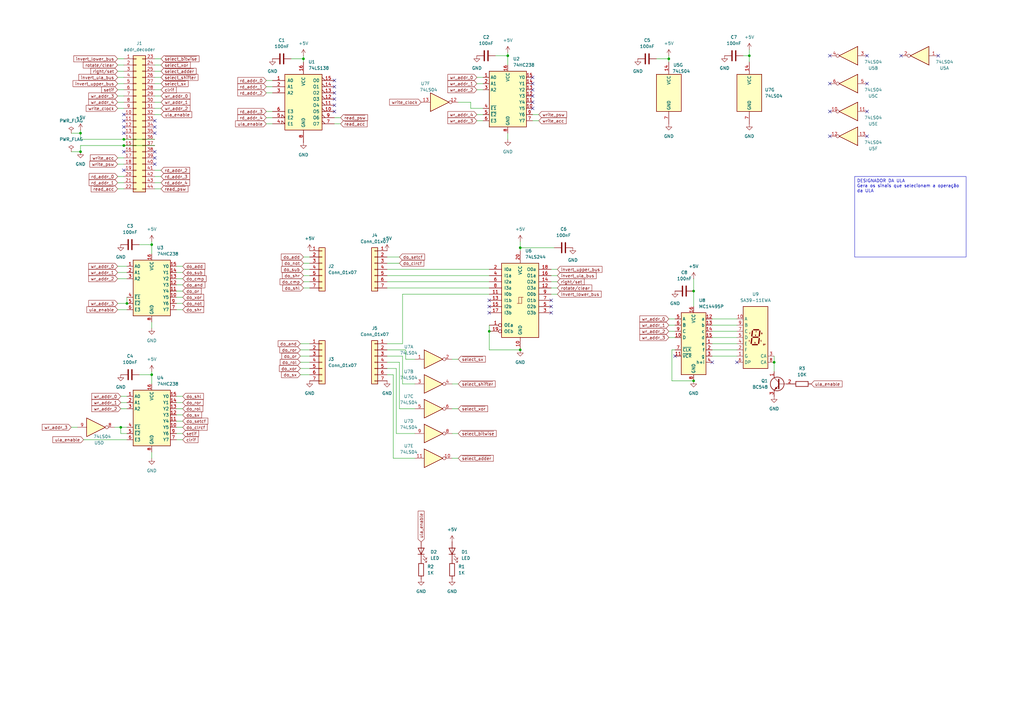
<source format=kicad_sch>
(kicad_sch (version 20250114) (generator "eeschema") (generator_version "9.0")
  (paper "A3")
  (lib_symbols
    (symbol "+5V_1" (power) (pin_numbers (hide yes)) (pin_names (offset 0) (hide yes))
      (property "Value" "+5V" (at 0 3.556 0))
      (symbol "+5V_1_1_1"
        (pin power_in line (at 0 0 90) (length 0) (name "~") (number "1"))
      )
    )
    (symbol "74xx:74HC238"
      (property "Reference" "U" (at -7.62 13.97 0))
      (property "Value" "74HC238" (at 2.54 -11.43 0))
      (symbol "74HC238_1_1"
        (pin input line (at -10.16 10.16 0) (length 2.54) (name "A0") (number "1"))
        (pin input line (at -10.16 7.62 0) (length 2.54) (name "A1") (number "2"))
        (pin input line (at -10.16 5.08 0) (length 2.54) (name "A2") (number "3"))
        (pin input line (at -10.16 -2.54 0) (length 2.54) (name "~{E1}") (number "4"))
        (pin input line (at -10.16 -5.08 0) (length 2.54) (name "~{E2}") (number "5"))
        (pin input line (at -10.16 -7.62 0) (length 2.54) (name "E3") (number "6"))
        (pin power_in line (at 0 15.24 270) (length 2.54) (name "VCC") (number "16"))
        (pin power_in line (at 0 -12.7 90) (length 2.54) (name "GND") (number "8"))
        (pin output line (at 10.16 10.16 180) (length 2.54) (name "Y0") (number "15"))
        (pin output line (at 10.16 7.62 180) (length 2.54) (name "Y1") (number "14"))
        (pin output line (at 10.16 5.08 180) (length 2.54) (name "Y2") (number "13"))
        (pin output line (at 10.16 2.54 180) (length 2.54) (name "Y3") (number "12"))
        (pin output line (at 10.16 0 180) (length 2.54) (name "Y4") (number "11"))
        (pin output line (at 10.16 -2.54 180) (length 2.54) (name "Y5") (number "10"))
        (pin output line (at 10.16 -5.08 180) (length 2.54) (name "Y6") (number "9"))
        (pin output line (at 10.16 -7.62 180) (length 2.54) (name "Y7") (number "7"))
      )
    )
    (symbol "74xx:74LS04"
      (property "Reference" "U" (at 0 1.27 0))
      (property "Value" "74LS04" (at 0 -1.27 0))
      (symbol "74LS04_1_0"
        (pin input line (at -7.62 0 0) (length 3.81) (name "~") (number "1"))
        (pin output inverted (at 7.62 0 180) (length 3.81) (name "~") (number "2"))
      )
      (symbol "74LS04_2_0"
        (pin input line (at -7.62 0 0) (length 3.81) (name "~") (number "3"))
        (pin output inverted (at 7.62 0 180) (length 3.81) (name "~") (number "4"))
      )
      (symbol "74LS04_3_0"
        (pin input line (at -7.62 0 0) (length 3.81) (name "~") (number "5"))
        (pin output inverted (at 7.62 0 180) (length 3.81) (name "~") (number "6"))
      )
      (symbol "74LS04_4_0"
        (pin input line (at -7.62 0 0) (length 3.81) (name "~") (number "9"))
        (pin output inverted (at 7.62 0 180) (length 3.81) (name "~") (number "8"))
      )
      (symbol "74LS04_5_0"
        (pin input line (at -7.62 0 0) (length 3.81) (name "~") (number "11"))
        (pin output inverted (at 7.62 0 180) (length 3.81) (name "~") (number "10"))
      )
      (symbol "74LS04_6_0"
        (pin input line (at -7.62 0 0) (length 3.81) (name "~") (number "13"))
        (pin output inverted (at 7.62 0 180) (length 3.81) (name "~") (number "12"))
      )
      (symbol "74LS04_7_0"
        (pin power_in line (at 0 12.7 270) (length 5.08) (name "VCC") (number "14"))
        (pin power_in line (at 0 -12.7 90) (length 5.08) (name "GND") (number "7"))
      )
    )
    (symbol "74xx:74LS138" (pin_names (offset 1.016))
      (property "Reference" "U" (at -7.62 11.43 0))
      (property "Value" "74LS138" (at -7.62 -13.97 0))
      (symbol "74LS138_1_0"
        (pin input line (at -12.7 7.62 0) (length 5.08) (name "A0") (number "1"))
        (pin input line (at -12.7 5.08 0) (length 5.08) (name "A1") (number "2"))
        (pin input line (at -12.7 2.54 0) (length 5.08) (name "A2") (number "3"))
        (pin input line (at -12.7 -5.08 0) (length 5.08) (name "E3") (number "6"))
        (pin input input_low (at -12.7 -7.62 0) (length 5.08) (name "E2") (number "5"))
        (pin input input_low (at -12.7 -10.16 0) (length 5.08) (name "E1") (number "4"))
        (pin power_in line (at 0 15.24 270) (length 5.08) (name "VCC") (number "16"))
        (pin power_in line (at 0 -17.78 90) (length 5.08) (name "GND") (number "8"))
        (pin output output_low (at 12.7 7.62 180) (length 5.08) (name "O0") (number "15"))
        (pin output output_low (at 12.7 5.08 180) (length 5.08) (name "O1") (number "14"))
        (pin output output_low (at 12.7 2.54 180) (length 5.08) (name "O2") (number "13"))
        (pin output output_low (at 12.7 0 180) (length 5.08) (name "O3") (number "12"))
        (pin output output_low (at 12.7 -2.54 180) (length 5.08) (name "O4") (number "11"))
        (pin output output_low (at 12.7 -5.08 180) (length 5.08) (name "O5") (number "10"))
        (pin output output_low (at 12.7 -7.62 180) (length 5.08) (name "O6") (number "9"))
        (pin output output_low (at 12.7 -10.16 180) (length 5.08) (name "O7") (number "7"))
      )
    )
    (symbol "74xx:74LS244" (pin_names (offset 1.016))
      (property "Reference" "U" (at -7.62 16.51 0))
      (property "Value" "74LS244" (at -7.62 -16.51 0))
      (symbol "74LS244_1_0"
        (pin input line (at -12.7 12.7 0) (length 5.08) (name "I0a") (number "2"))
        (pin input line (at -12.7 10.16 0) (length 5.08) (name "I1a") (number "4"))
        (pin input line (at -12.7 7.62 0) (length 5.08) (name "I2a") (number "6"))
        (pin input line (at -12.7 5.08 0) (length 5.08) (name "I3a") (number "8"))
        (pin input line (at -12.7 2.54 0) (length 5.08) (name "I0b") (number "11"))
        (pin input line (at -12.7 0 0) (length 5.08) (name "I1b") (number "13"))
        (pin input line (at -12.7 -2.54 0) (length 5.08) (name "I2b") (number "15"))
        (pin input line (at -12.7 -5.08 0) (length 5.08) (name "I3b") (number "17"))
        (pin input inverted (at -12.7 -10.16 0) (length 5.08) (name "OEa") (number "1"))
        (pin input inverted (at -12.7 -12.7 0) (length 5.08) (name "OEb") (number "19"))
        (pin power_in line (at 0 20.32 270) (length 5.08) (name "VCC") (number "20"))
        (pin power_in line (at 0 -20.32 90) (length 5.08) (name "GND") (number "10"))
        (pin tri_state line (at 12.7 12.7 180) (length 5.08) (name "O0a") (number "18"))
        (pin tri_state line (at 12.7 10.16 180) (length 5.08) (name "O1a") (number "16"))
        (pin tri_state line (at 12.7 7.62 180) (length 5.08) (name "O2a") (number "14"))
        (pin tri_state line (at 12.7 5.08 180) (length 5.08) (name "O3a") (number "12"))
        (pin tri_state line (at 12.7 2.54 180) (length 5.08) (name "O0b") (number "9"))
        (pin tri_state line (at 12.7 0 180) (length 5.08) (name "O1b") (number "7"))
        (pin tri_state line (at 12.7 -2.54 180) (length 5.08) (name "O2b") (number "5"))
        (pin tri_state line (at 12.7 -5.08 180) (length 5.08) (name "O3b") (number "3"))
      )
    )
    (symbol "Connector_Generic:Conn_01x07" (pin_names (offset 1.016) (hide yes))
      (property "Reference" "J" (at 0 10.16 0))
      (property "Value" "Conn_01x07" (at 0 -10.16 0))
      (symbol "Conn_01x07_1_1"
        (pin passive line (at -5.08 7.62 0) (length 3.81) (name "Pin_1") (number "1"))
        (pin passive line (at -5.08 5.08 0) (length 3.81) (name "Pin_2") (number "2"))
        (pin passive line (at -5.08 2.54 0) (length 3.81) (name "Pin_3") (number "3"))
        (pin passive line (at -5.08 0 0) (length 3.81) (name "Pin_4") (number "4"))
        (pin passive line (at -5.08 -2.54 0) (length 3.81) (name "Pin_5") (number "5"))
        (pin passive line (at -5.08 -5.08 0) (length 3.81) (name "Pin_6") (number "6"))
        (pin passive line (at -5.08 -7.62 0) (length 3.81) (name "Pin_7") (number "7"))
      )
    )
    (symbol "Connector_Generic:Conn_02x22_Top_Bottom" (pin_names (offset 1.016) (hide yes))
      (property "Reference" "J" (at 1.27 27.94 0))
      (property "Value" "Conn_02x22_Top_Bottom" (at 1.27 -30.48 0))
      (symbol "Conn_02x22_Top_Bottom_1_1"
        (pin passive line (at -5.08 25.4 0) (length 3.81) (name "Pin_1") (number "1"))
        (pin passive line (at -5.08 22.86 0) (length 3.81) (name "Pin_2") (number "2"))
        (pin passive line (at -5.08 20.32 0) (length 3.81) (name "Pin_3") (number "3"))
        (pin passive line (at -5.08 17.78 0) (length 3.81) (name "Pin_4") (number "4"))
        (pin passive line (at -5.08 15.24 0) (length 3.81) (name "Pin_5") (number "5"))
        (pin passive line (at -5.08 12.7 0) (length 3.81) (name "Pin_6") (number "6"))
        (pin passive line (at -5.08 10.16 0) (length 3.81) (name "Pin_7") (number "7"))
        (pin passive line (at -5.08 7.62 0) (length 3.81) (name "Pin_8") (number "8"))
        (pin passive line (at -5.08 5.08 0) (length 3.81) (name "Pin_9") (number "9"))
        (pin passive line (at -5.08 2.54 0) (length 3.81) (name "Pin_10") (number "10"))
        (pin passive line (at -5.08 0 0) (length 3.81) (name "Pin_11") (number "11"))
        (pin passive line (at -5.08 -2.54 0) (length 3.81) (name "Pin_12") (number "12"))
        (pin passive line (at -5.08 -5.08 0) (length 3.81) (name "Pin_13") (number "13"))
        (pin passive line (at -5.08 -7.62 0) (length 3.81) (name "Pin_14") (number "14"))
        (pin passive line (at -5.08 -10.16 0) (length 3.81) (name "Pin_15") (number "15"))
        (pin passive line (at -5.08 -12.7 0) (length 3.81) (name "Pin_16") (number "16"))
        (pin passive line (at -5.08 -15.24 0) (length 3.81) (name "Pin_17") (number "17"))
        (pin passive line (at -5.08 -17.78 0) (length 3.81) (name "Pin_18") (number "18"))
        (pin passive line (at -5.08 -20.32 0) (length 3.81) (name "Pin_19") (number "19"))
        (pin passive line (at -5.08 -22.86 0) (length 3.81) (name "Pin_20") (number "20"))
        (pin passive line (at -5.08 -25.4 0) (length 3.81) (name "Pin_21") (number "21"))
        (pin passive line (at -5.08 -27.94 0) (length 3.81) (name "Pin_22") (number "22"))
        (pin passive line (at 7.62 25.4 180) (length 3.81) (name "Pin_23") (number "23"))
        (pin passive line (at 7.62 22.86 180) (length 3.81) (name "Pin_24") (number "24"))
        (pin passive line (at 7.62 20.32 180) (length 3.81) (name "Pin_25") (number "25"))
        (pin passive line (at 7.62 17.78 180) (length 3.81) (name "Pin_26") (number "26"))
        (pin passive line (at 7.62 15.24 180) (length 3.81) (name "Pin_27") (number "27"))
        (pin passive line (at 7.62 12.7 180) (length 3.81) (name "Pin_28") (number "28"))
        (pin passive line (at 7.62 10.16 180) (length 3.81) (name "Pin_29") (number "29"))
        (pin passive line (at 7.62 7.62 180) (length 3.81) (name "Pin_30") (number "30"))
        (pin passive line (at 7.62 5.08 180) (length 3.81) (name "Pin_31") (number "31"))
        (pin passive line (at 7.62 2.54 180) (length 3.81) (name "Pin_32") (number "32"))
        (pin passive line (at 7.62 0 180) (length 3.81) (name "Pin_33") (number "33"))
        (pin passive line (at 7.62 -2.54 180) (length 3.81) (name "Pin_34") (number "34"))
        (pin passive line (at 7.62 -5.08 180) (length 3.81) (name "Pin_35") (number "35"))
        (pin passive line (at 7.62 -7.62 180) (length 3.81) (name "Pin_36") (number "36"))
        (pin passive line (at 7.62 -10.16 180) (length 3.81) (name "Pin_37") (number "37"))
        (pin passive line (at 7.62 -12.7 180) (length 3.81) (name "Pin_38") (number "38"))
        (pin passive line (at 7.62 -15.24 180) (length 3.81) (name "Pin_39") (number "39"))
        (pin passive line (at 7.62 -17.78 180) (length 3.81) (name "Pin_40") (number "40"))
        (pin passive line (at 7.62 -20.32 180) (length 3.81) (name "Pin_41") (number "41"))
        (pin passive line (at 7.62 -22.86 180) (length 3.81) (name "Pin_42") (number "42"))
        (pin passive line (at 7.62 -25.4 180) (length 3.81) (name "Pin_43") (number "43"))
        (pin passive line (at 7.62 -27.94 180) (length 3.81) (name "Pin_44") (number "44"))
      )
    )
    (symbol "Device:C" (pin_numbers (hide yes)) (pin_names (offset 0.254))
      (property "Reference" "C" (at 0.635 2.54 0))
      (property "Value" "C" (at 0.635 -2.54 0))
      (symbol "C_1_1"
        (pin passive line (at 0 3.81 270) (length 2.794) (name "~") (number "1"))
        (pin passive line (at 0 -3.81 90) (length 2.794) (name "~") (number "2"))
      )
    )
    (symbol "Device:LED" (pin_numbers (hide yes)) (pin_names (offset 1.016) (hide yes))
      (property "Reference" "D" (at 0 2.54 0))
      (property "Value" "LED" (at 0 -2.54 0))
      (symbol "LED_1_1"
        (pin passive line (at -3.81 0 0) (length 2.54) (name "K") (number "1"))
        (pin passive line (at 3.81 0 180) (length 2.54) (name "A") (number "2"))
      )
    )
    (symbol "Device:R" (pin_numbers (hide yes)) (pin_names (offset 0))
      (property "Reference" "R" (at 2.032 0 90))
      (property "Value" "R" (at 0 0 90))
      (symbol "R_1_1"
        (pin passive line (at 0 3.81 270) (length 1.27) (name "~") (number "1"))
        (pin passive line (at 0 -3.81 90) (length 1.27) (name "~") (number "2"))
      )
    )
    (symbol "Display_Character:SA39-11EWA"
      (property "Reference" "U" (at -3.81 13.97 0))
      (property "Value" "SA39-11EWA" (at 6.35 13.97 0))
      (symbol "SA39-11EWA_1_0"
        (text "E" (at -2.54 -1.397 0) (effects (font (size 0.508 0.508))))
        (text "F" (at -2.286 1.651 0) (effects (font (size 0.508 0.508))))
        (text "D" (at -0.254 -2.159 0) (effects (font (size 0.508 0.508))))
        (text "G" (at 0 0.889 0) (effects (font (size 0.508 0.508))))
        (text "A" (at 0.254 2.413 0) (effects (font (size 0.508 0.508))))
        (text "C" (at 2.286 -1.397 0) (effects (font (size 0.508 0.508))))
        (text "B" (at 2.54 1.651 0) (effects (font (size 0.508 0.508))))
        (text "DP" (at 3.556 -2.921 0) (effects (font (size 0.508 0.508))))
      )
      (symbol "SA39-11EWA_1_1"
        (pin input line (at -7.62 7.62 0) (length 2.54) (name "A") (number "10"))
        (pin input line (at -7.62 5.08 0) (length 2.54) (name "B") (number "9"))
        (pin input line (at -7.62 2.54 0) (length 2.54) (name "C") (number "7"))
        (pin input line (at -7.62 0 0) (length 2.54) (name "D") (number "5"))
        (pin input line (at -7.62 -2.54 0) (length 2.54) (name "E") (number "4"))
        (pin input line (at -7.62 -5.08 0) (length 2.54) (name "F") (number "2"))
        (pin input line (at -7.62 -7.62 0) (length 2.54) (name "G") (number "1"))
        (pin input line (at -7.62 -10.16 0) (length 2.54) (name "DP") (number "6"))
        (pin input line (at 7.62 -7.62 180) (length 2.54) (name "CA") (number "3"))
        (pin input line (at 7.62 -10.16 180) (length 2.54) (name "CA") (number "8"))
      )
    )
    (symbol "Driver_LED:MC14495P"
      (property "Reference" "U" (at 2.54 16.51 0))
      (property "Value" "MC14495P" (at 2.54 13.97 0))
      (symbol "MC14495P_1_1"
        (pin input line (at -7.62 10.16 0) (length 2.54) (name "A") (number "5"))
        (pin input line (at -7.62 7.62 0) (length 2.54) (name "B") (number "6"))
        (pin input line (at -7.62 5.08 0) (length 2.54) (name "C") (number "9"))
        (pin input line (at -7.62 2.54 0) (length 2.54) (name "D") (number "10"))
        (pin input line (at -7.62 -2.54 0) (length 2.54) (name "~{CLK}") (number "7"))
        (pin input line (at -7.62 -5.08 0) (length 2.54) (name "~{VCR}") (number "11"))
        (pin power_in line (at 0 15.24 270) (length 2.54) (name "VCC") (number "16"))
        (pin power_in line (at 0 -15.24 90) (length 2.54) (name "GND") (number "8"))
        (pin output line (at 7.62 10.16 180) (length 2.54) (name "a") (number "12"))
        (pin output line (at 7.62 7.62 180) (length 2.54) (name "b") (number "13"))
        (pin output line (at 7.62 5.08 180) (length 2.54) (name "c") (number "14"))
        (pin output line (at 7.62 2.54 180) (length 2.54) (name "d") (number "15"))
        (pin output line (at 7.62 0 180) (length 2.54) (name "e") (number "1"))
        (pin output line (at 7.62 -2.54 180) (length 2.54) (name "f") (number "2"))
        (pin output line (at 7.62 -5.08 180) (length 2.54) (name "g") (number "3"))
        (pin output line (at 7.62 -7.62 180) (length 2.54) (name "h+i") (number "4"))
      )
    )
    (symbol "GND_1" (power) (pin_numbers (hide yes)) (pin_names (offset 0) (hide yes))
      (property "Value" "GND" (at 0 -3.81 0))
      (symbol "GND_1_1_1"
        (pin power_in line (at 0 0 270) (length 0) (name "~") (number "1"))
      )
    )
    (symbol "Transistor_BJT:BC548" (pin_names (offset 0) (hide yes))
      (property "Reference" "Q" (at 5.08 1.905 0))
      (property "Value" "BC548" (at 5.08 0 0))
      (symbol "BC548_1_1"
        (pin input line (at -5.08 0 0) (length 2.54) (name "B") (number "2"))
        (pin passive line (at 2.54 5.08 270) (length 2.54) (name "C") (number "1"))
        (pin passive line (at 2.54 -5.08 90) (length 2.54) (name "E") (number "3"))
      )
    )
    (symbol "power:PWR_FLAG" (power) (pin_numbers (hide yes)) (pin_names (offset 0) (hide yes))
      (property "Value" "PWR_FLAG" (at 0 3.81 0))
      (symbol "PWR_FLAG_0_0"
        (pin power_out line (at 0 0 90) (length 0) (name "~") (number "1"))
      )
    )
  )
  (text_box "DESIGNADOR DA ULA\nGera os sinais que selecionam a operação da ULA" (at 350.52 72.39 0) (size 45.72 33.02) (margins 0.9525 0.9525 0.9525 0.9525) (effects (font (size 1.27 1.27)) (justify left top)))
  (junction (at 33.02 54.61))
  (junction (at 124.46 24.13))
  (junction (at 284.48 156.21))
  (junction (at 213.36 143.51))
  (junction (at 50.8 59.69))
  (junction (at 317.5 148.59))
  (junction (at 52.07 124.46))
  (junction (at 62.23 153.67))
  (junction (at 284.48 119.38))
  (junction (at 200.66 135.89))
  (junction (at 49.53 175.26))
  (junction (at 208.28 22.86))
  (junction (at 33.02 62.23))
  (junction (at 62.23 100.33))
  (junction (at 307.34 22.86))
  (junction (at 213.36 101.6))
  (junction (at 50.8 57.15))
  (junction (at 274.32 24.13))
  (no_connect (at 63.5 52.07))
  (no_connect (at 200.66 123.19))
  (no_connect (at 200.66 125.73))
  (no_connect (at 200.66 128.27))
  (no_connect (at 226.06 128.27))
  (no_connect (at 226.06 123.19))
  (no_connect (at 226.06 125.73))
  (no_connect (at 50.8 49.53))
  (no_connect (at 50.8 46.99))
  (no_connect (at 50.8 52.07))
  (no_connect (at 63.5 49.53))
  (no_connect (at 63.5 54.61))
  (no_connect (at 63.5 62.23))
  (no_connect (at 369.57 22.86))
  (no_connect (at 218.44 36.83))
  (no_connect (at 218.44 41.91))
  (no_connect (at 218.44 31.75))
  (no_connect (at 218.44 39.37))
  (no_connect (at 218.44 34.29))
  (no_connect (at 218.44 44.45))
  (no_connect (at 50.8 54.61))
  (no_connect (at 340.36 22.86))
  (no_connect (at 340.36 34.29))
  (no_connect (at 355.6 45.72))
  (no_connect (at 355.6 34.29))
  (no_connect (at 355.6 22.86))
  (no_connect (at 340.36 45.72))
  (no_connect (at 340.36 55.88))
  (no_connect (at 355.6 55.88))
  (no_connect (at 292.1 148.59))
  (no_connect (at 137.16 40.64))
  (no_connect (at 137.16 38.1))
  (no_connect (at 137.16 43.18))
  (no_connect (at 137.16 45.72))
  (no_connect (at 137.16 33.02))
  (no_connect (at 137.16 35.56))
  (no_connect (at 302.26 148.59))
  (no_connect (at 63.5 67.31))
  (no_connect (at 384.81 22.86))
  (no_connect (at 63.5 64.77))
  (no_connect (at 50.8 62.23))
  (no_connect (at 276.86 146.05))
  (no_connect (at 50.8 69.85))
  (wire (pts (xy 49.53 177.8) (xy 52.07 177.8)))
  (wire (pts (xy 200.66 143.51) (xy 213.36 143.51)))
  (wire (pts (xy 48.26 109.22) (xy 52.07 109.22)))
  (wire (pts (xy 161.29 153.67) (xy 158.75 153.67)))
  (wire (pts (xy 275.59 156.21) (xy 284.48 156.21)))
  (wire (pts (xy 195.58 49.53) (xy 198.12 49.53)))
  (wire (pts (xy 193.04 44.45) (xy 193.04 41.91)))
  (wire (pts (xy 170.18 187.96) (xy 161.29 187.96)))
  (wire (pts (xy 74.93 121.92) (xy 72.39 121.92)))
  (wire (pts (xy 198.12 44.45) (xy 193.04 44.45)))
  (wire (pts (xy 74.93 165.1) (xy 72.39 165.1)))
  (wire (pts (xy 274.32 135.89) (xy 276.86 135.89)))
  (wire (pts (xy 66.04 39.37) (xy 63.5 39.37)))
  (wire (pts (xy 124.46 22.86) (xy 124.46 24.13)))
  (wire (pts (xy 49.53 175.26) (xy 49.53 177.8)))
  (wire (pts (xy 48.26 114.3) (xy 52.07 114.3)))
  (wire (pts (xy 124.46 107.95) (xy 127 107.95)))
  (wire (pts (xy 119.38 24.13) (xy 124.46 24.13)))
  (wire (pts (xy 228.6 118.11) (xy 226.06 118.11)))
  (wire (pts (xy 208.28 22.86) (xy 208.28 26.67)))
  (wire (pts (xy 49.53 165.1) (xy 52.07 165.1)))
  (wire (pts (xy 48.26 24.13) (xy 50.8 24.13)))
  (wire (pts (xy 123.19 153.67) (xy 127 153.67)))
  (wire (pts (xy 200.66 133.35) (xy 200.66 135.89)))
  (wire (pts (xy 109.22 35.56) (xy 111.76 35.56)))
  (wire (pts (xy 195.58 34.29) (xy 198.12 34.29)))
  (wire (pts (xy 276.86 143.51) (xy 275.59 143.51)))
  (wire (pts (xy 74.93 175.26) (xy 72.39 175.26)))
  (wire (pts (xy 124.46 115.57) (xy 127 115.57)))
  (wire (pts (xy 292.1 135.89) (xy 302.26 135.89)))
  (wire (pts (xy 187.96 147.32) (xy 185.42 147.32)))
  (wire (pts (xy 48.26 77.47) (xy 50.8 77.47)))
  (wire (pts (xy 48.26 34.29) (xy 50.8 34.29)))
  (wire (pts (xy 213.36 99.06) (xy 213.36 101.6)))
  (wire (pts (xy 208.28 21.59) (xy 208.28 22.86)))
  (wire (pts (xy 66.04 26.67) (xy 63.5 26.67)))
  (wire (pts (xy 48.26 72.39) (xy 50.8 72.39)))
  (wire (pts (xy 48.26 26.67) (xy 50.8 26.67)))
  (wire (pts (xy 208.28 54.61) (xy 208.28 57.15)))
  (wire (pts (xy 123.19 151.13) (xy 127 151.13)))
  (wire (pts (xy 48.26 127) (xy 52.07 127)))
  (wire (pts (xy 74.93 109.22) (xy 72.39 109.22)))
  (wire (pts (xy 170.18 177.8) (xy 162.56 177.8)))
  (wire (pts (xy 50.8 59.69) (xy 63.5 59.69)))
  (wire (pts (xy 158.75 140.97) (xy 165.1 140.97)))
  (wire (pts (xy 109.22 50.8) (xy 111.76 50.8)))
  (wire (pts (xy 284.48 119.38) (xy 284.48 125.73)))
  (wire (pts (xy 123.19 146.05) (xy 127 146.05)))
  (wire (pts (xy 62.23 100.33) (xy 62.23 104.14)))
  (wire (pts (xy 29.21 62.23) (xy 33.02 62.23)))
  (wire (pts (xy 200.66 135.89) (xy 200.66 143.51)))
  (wire (pts (xy 57.15 100.33) (xy 62.23 100.33)))
  (wire (pts (xy 162.56 177.8) (xy 162.56 151.13)))
  (wire (pts (xy 274.32 22.86) (xy 274.32 24.13)))
  (wire (pts (xy 109.22 45.72) (xy 111.76 45.72)))
  (wire (pts (xy 48.26 111.76) (xy 52.07 111.76)))
  (wire (pts (xy 124.46 24.13) (xy 124.46 25.4)))
  (wire (pts (xy 139.7 50.8) (xy 137.16 50.8)))
  (wire (pts (xy 33.02 53.34) (xy 33.02 54.61)))
  (wire (pts (xy 63.5 46.99) (xy 66.04 46.99)))
  (wire (pts (xy 52.07 121.92) (xy 52.07 124.46)))
  (wire (pts (xy 74.93 127) (xy 72.39 127)))
  (wire (pts (xy 33.02 59.69) (xy 33.02 62.23)))
  (wire (pts (xy 158.75 115.57) (xy 200.66 115.57)))
  (wire (pts (xy 317.5 148.59) (xy 317.5 152.4)))
  (wire (pts (xy 48.26 31.75) (xy 50.8 31.75)))
  (wire (pts (xy 158.75 148.59) (xy 163.83 148.59)))
  (wire (pts (xy 195.58 46.99) (xy 198.12 46.99)))
  (wire (pts (xy 274.32 133.35) (xy 276.86 133.35)))
  (wire (pts (xy 165.1 120.65) (xy 200.66 120.65)))
  (wire (pts (xy 195.58 31.75) (xy 198.12 31.75)))
  (wire (pts (xy 48.26 124.46) (xy 52.07 124.46)))
  (wire (pts (xy 158.75 107.95) (xy 163.83 107.95)))
  (wire (pts (xy 66.04 74.93) (xy 63.5 74.93)))
  (wire (pts (xy 124.46 110.49) (xy 127 110.49)))
  (wire (pts (xy 72.39 180.34) (xy 74.93 180.34)))
  (wire (pts (xy 66.04 36.83) (xy 63.5 36.83)))
  (wire (pts (xy 218.44 46.99) (xy 220.98 46.99)))
  (wire (pts (xy 74.93 172.72) (xy 72.39 172.72)))
  (wire (pts (xy 48.26 41.91) (xy 50.8 41.91)))
  (wire (pts (xy 74.93 111.76) (xy 72.39 111.76)))
  (wire (pts (xy 123.19 143.51) (xy 127 143.51)))
  (wire (pts (xy 228.6 110.49) (xy 226.06 110.49)))
  (wire (pts (xy 34.29 180.34) (xy 52.07 180.34)))
  (wire (pts (xy 33.02 57.15) (xy 50.8 57.15)))
  (wire (pts (xy 57.15 153.67) (xy 62.23 153.67)))
  (wire (pts (xy 203.2 22.86) (xy 208.28 22.86)))
  (wire (pts (xy 123.19 148.59) (xy 127 148.59)))
  (wire (pts (xy 52.07 175.26) (xy 49.53 175.26)))
  (wire (pts (xy 66.04 34.29) (xy 63.5 34.29)))
  (wire (pts (xy 193.04 41.91) (xy 187.96 41.91)))
  (wire (pts (xy 269.24 24.13) (xy 274.32 24.13)))
  (wire (pts (xy 48.26 36.83) (xy 50.8 36.83)))
  (wire (pts (xy 274.32 138.43) (xy 276.86 138.43)))
  (wire (pts (xy 163.83 148.59) (xy 163.83 167.64)))
  (wire (pts (xy 166.37 147.32) (xy 166.37 143.51)))
  (wire (pts (xy 127 118.11) (xy 124.46 118.11)))
  (wire (pts (xy 292.1 143.51) (xy 302.26 143.51)))
  (wire (pts (xy 74.93 162.56) (xy 72.39 162.56)))
  (wire (pts (xy 63.5 69.85) (xy 66.04 69.85)))
  (wire (pts (xy 62.23 99.06) (xy 62.23 100.33)))
  (wire (pts (xy 124.46 113.03) (xy 127 113.03)))
  (wire (pts (xy 62.23 152.4) (xy 62.23 153.67)))
  (wire (pts (xy 139.7 48.26) (xy 137.16 48.26)))
  (wire (pts (xy 170.18 157.48) (xy 165.1 157.48)))
  (wire (pts (xy 29.21 54.61) (xy 33.02 54.61)))
  (wire (pts (xy 158.75 118.11) (xy 200.66 118.11)))
  (wire (pts (xy 166.37 143.51) (xy 158.75 143.51)))
  (wire (pts (xy 62.23 153.67) (xy 62.23 157.48)))
  (wire (pts (xy 48.26 39.37) (xy 50.8 39.37)))
  (wire (pts (xy 228.6 120.65) (xy 226.06 120.65)))
  (wire (pts (xy 48.26 74.93) (xy 50.8 74.93)))
  (wire (pts (xy 158.75 105.41) (xy 163.83 105.41)))
  (wire (pts (xy 187.96 157.48) (xy 185.42 157.48)))
  (wire (pts (xy 307.34 22.86) (xy 307.34 25.4)))
  (wire (pts (xy 74.93 114.3) (xy 72.39 114.3)))
  (wire (pts (xy 74.93 116.84) (xy 72.39 116.84)))
  (wire (pts (xy 66.04 44.45) (xy 63.5 44.45)))
  (wire (pts (xy 66.04 31.75) (xy 63.5 31.75)))
  (wire (pts (xy 33.02 59.69) (xy 50.8 59.69)))
  (wire (pts (xy 74.93 119.38) (xy 72.39 119.38)))
  (wire (pts (xy 62.23 132.08) (xy 62.23 134.62)))
  (wire (pts (xy 123.19 140.97) (xy 127 140.97)))
  (wire (pts (xy 275.59 143.51) (xy 275.59 156.21)))
  (wire (pts (xy 29.21 175.26) (xy 31.75 175.26)))
  (wire (pts (xy 317.5 146.05) (xy 317.5 148.59)))
  (wire (pts (xy 304.8 22.86) (xy 307.34 22.86)))
  (wire (pts (xy 292.1 133.35) (xy 302.26 133.35)))
  (wire (pts (xy 228.6 113.03) (xy 226.06 113.03)))
  (wire (pts (xy 274.32 24.13) (xy 274.32 25.4)))
  (wire (pts (xy 49.53 162.56) (xy 52.07 162.56)))
  (wire (pts (xy 66.04 41.91) (xy 63.5 41.91)))
  (wire (pts (xy 187.96 167.64) (xy 185.42 167.64)))
  (wire (pts (xy 307.34 20.32) (xy 307.34 22.86)))
  (wire (pts (xy 163.83 167.64) (xy 170.18 167.64)))
  (wire (pts (xy 72.39 177.8) (xy 74.93 177.8)))
  (wire (pts (xy 46.99 175.26) (xy 49.53 175.26)))
  (wire (pts (xy 74.93 167.64) (xy 72.39 167.64)))
  (wire (pts (xy 49.53 167.64) (xy 52.07 167.64)))
  (wire (pts (xy 195.58 36.83) (xy 198.12 36.83)))
  (wire (pts (xy 165.1 146.05) (xy 158.75 146.05)))
  (wire (pts (xy 33.02 54.61) (xy 33.02 57.15)))
  (wire (pts (xy 109.22 38.1) (xy 111.76 38.1)))
  (wire (pts (xy 213.36 101.6) (xy 213.36 102.87)))
  (wire (pts (xy 109.22 48.26) (xy 111.76 48.26)))
  (wire (pts (xy 292.1 130.81) (xy 302.26 130.81)))
  (wire (pts (xy 162.56 151.13) (xy 158.75 151.13)))
  (wire (pts (xy 124.46 105.41) (xy 127 105.41)))
  (wire (pts (xy 66.04 24.13) (xy 63.5 24.13)))
  (wire (pts (xy 274.32 130.81) (xy 276.86 130.81)))
  (wire (pts (xy 74.93 124.46) (xy 72.39 124.46)))
  (wire (pts (xy 292.1 140.97) (xy 302.26 140.97)))
  (wire (pts (xy 66.04 77.47) (xy 63.5 77.47)))
  (wire (pts (xy 170.18 147.32) (xy 166.37 147.32)))
  (wire (pts (xy 218.44 49.53) (xy 220.98 49.53)))
  (wire (pts (xy 48.26 64.77) (xy 50.8 64.77)))
  (wire (pts (xy 292.1 146.05) (xy 302.26 146.05)))
  (wire (pts (xy 50.8 57.15) (xy 63.5 57.15)))
  (wire (pts (xy 187.96 177.8) (xy 185.42 177.8)))
  (wire (pts (xy 213.36 101.6) (xy 227.33 101.6)))
  (wire (pts (xy 187.96 187.96) (xy 185.42 187.96)))
  (wire (pts (xy 158.75 113.03) (xy 200.66 113.03)))
  (wire (pts (xy 66.04 72.39) (xy 63.5 72.39)))
  (wire (pts (xy 165.1 140.97) (xy 165.1 120.65)))
  (wire (pts (xy 228.6 115.57) (xy 226.06 115.57)))
  (wire (pts (xy 161.29 187.96) (xy 161.29 153.67)))
  (wire (pts (xy 74.93 170.18) (xy 72.39 170.18)))
  (wire (pts (xy 48.26 67.31) (xy 50.8 67.31)))
  (wire (pts (xy 109.22 33.02) (xy 111.76 33.02)))
  (wire (pts (xy 158.75 110.49) (xy 200.66 110.49)))
  (wire (pts (xy 284.48 114.3) (xy 284.48 119.38)))
  (wire (pts (xy 66.04 29.21) (xy 63.5 29.21)))
  (wire (pts (xy 48.26 44.45) (xy 50.8 44.45)))
  (wire (pts (xy 292.1 138.43) (xy 302.26 138.43)))
  (wire (pts (xy 48.26 29.21) (xy 50.8 29.21)))
  (wire (pts (xy 165.1 157.48) (xy 165.1 146.05)))
  (wire (pts (xy 62.23 185.42) (xy 62.23 187.96)))
  (global_label "do_sub" (shape input) (at 124.46 110.49 180) (property "Intersheetrefs" "${INTERSHEET_REFS}" (effects (hide yes))))
  (global_label "~{select_sx}" (shape input) (at 187.96 147.32 0) (property "Intersheetrefs" "${INTERSHEET_REFS}" (effects (hide yes))))
  (global_label "do_shl" (shape input) (at 124.46 118.11 180) (property "Intersheetrefs" "${INTERSHEET_REFS}" (effects (hide yes))))
  (global_label "rd_addr_1" (shape input) (at 48.26 74.93 180) (property "Intersheetrefs" "${INTERSHEET_REFS}" (effects (hide yes))))
  (global_label "wr_addr_4" (shape input) (at 195.58 46.99 180) (property "Intersheetrefs" "${INTERSHEET_REFS}" (effects (hide yes))))
  (global_label "write_clock" (shape input) (at 172.72 41.91 180) (property "Intersheetrefs" "${INTERSHEET_REFS}" (effects (hide yes))))
  (global_label "~{select_xor}" (shape input) (at 187.96 167.64 0) (property "Intersheetrefs" "${INTERSHEET_REFS}" (effects (hide yes))))
  (global_label "wr_addr_3" (shape input) (at 29.21 175.26 180) (property "Intersheetrefs" "${INTERSHEET_REFS}" (effects (hide yes))))
  (global_label "wr_addr_0" (shape input) (at 48.26 109.22 180) (property "Intersheetrefs" "${INTERSHEET_REFS}" (effects (hide yes))))
  (global_label "~{select_shifter}" (shape input) (at 66.04 31.75 0) (property "Intersheetrefs" "${INTERSHEET_REFS}" (effects (hide yes))))
  (global_label "ula_enable" (shape input) (at 66.04 46.99 0) (property "Intersheetrefs" "${INTERSHEET_REFS}" (effects (hide yes))))
  (global_label "do_sub" (shape input) (at 74.93 111.76 0) (property "Intersheetrefs" "${INTERSHEET_REFS}" (effects (hide yes))))
  (global_label "rd_addr_4" (shape input) (at 66.04 74.93 0) (property "Intersheetrefs" "${INTERSHEET_REFS}" (effects (hide yes))))
  (global_label "do_or" (shape input) (at 74.93 119.38 0) (property "Intersheetrefs" "${INTERSHEET_REFS}" (effects (hide yes))))
  (global_label "do_clrcf" (shape input) (at 74.93 175.26 0) (property "Intersheetrefs" "${INTERSHEET_REFS}" (effects (hide yes))))
  (global_label "do_shl" (shape input) (at 74.93 162.56 0) (property "Intersheetrefs" "${INTERSHEET_REFS}" (effects (hide yes))))
  (global_label "wr_addr_2" (shape input) (at 195.58 36.83 180) (property "Intersheetrefs" "${INTERSHEET_REFS}" (effects (hide yes))))
  (global_label "wr_addr_1" (shape input) (at 195.58 34.29 180) (property "Intersheetrefs" "${INTERSHEET_REFS}" (effects (hide yes))))
  (global_label "wr_addr_2" (shape input) (at 274.32 135.89 180) (property "Intersheetrefs" "${INTERSHEET_REFS}" (effects (hide yes))))
  (global_label "clrif" (shape input) (at 74.93 180.34 0) (property "Intersheetrefs" "${INTERSHEET_REFS}" (effects (hide yes))))
  (global_label "do_ror" (shape input) (at 123.19 143.51 180) (property "Intersheetrefs" "${INTERSHEET_REFS}" (effects (hide yes))))
  (global_label "do_rol" (shape input) (at 123.19 148.59 180) (property "Intersheetrefs" "${INTERSHEET_REFS}" (effects (hide yes))))
  (global_label "wr_addr_3" (shape input) (at 274.32 138.43 180) (property "Intersheetrefs" "${INTERSHEET_REFS}" (effects (hide yes))))
  (global_label "wr_addr_3" (shape input) (at 48.26 124.46 180) (property "Intersheetrefs" "${INTERSHEET_REFS}" (effects (hide yes))))
  (global_label "rd_addr_2" (shape input) (at 66.04 69.85 0) (property "Intersheetrefs" "${INTERSHEET_REFS}" (effects (hide yes))))
  (global_label "~{select_xor}" (shape input) (at 66.04 26.67 0) (property "Intersheetrefs" "${INTERSHEET_REFS}" (effects (hide yes))))
  (global_label "~{select_bitwise}" (shape input) (at 66.04 24.13 0) (property "Intersheetrefs" "${INTERSHEET_REFS}" (effects (hide yes))))
  (global_label "do_or" (shape input) (at 123.19 146.05 180) (property "Intersheetrefs" "${INTERSHEET_REFS}" (effects (hide yes))))
  (global_label "~{select_sx}" (shape input) (at 66.04 34.29 0) (property "Intersheetrefs" "${INTERSHEET_REFS}" (effects (hide yes))))
  (global_label "~{read_psw}" (shape input) (at 66.04 77.47 0) (property "Intersheetrefs" "${INTERSHEET_REFS}" (effects (hide yes))))
  (global_label "do_ror" (shape input) (at 74.93 165.1 0) (property "Intersheetrefs" "${INTERSHEET_REFS}" (effects (hide yes))))
  (global_label "~{read_acc}" (shape input) (at 139.7 50.8 0) (property "Intersheetrefs" "${INTERSHEET_REFS}" (effects (hide yes))))
  (global_label "do_sx" (shape input) (at 123.19 153.67 180) (property "Intersheetrefs" "${INTERSHEET_REFS}" (effects (hide yes))))
  (global_label "ula_enable" (shape input) (at 172.72 222.25 90) (property "Intersheetrefs" "${INTERSHEET_REFS}" (effects (hide yes))))
  (global_label "write_psw" (shape input) (at 220.98 46.99 0) (property "Intersheetrefs" "${INTERSHEET_REFS}" (effects (hide yes))))
  (global_label "do_cmp" (shape input) (at 124.46 115.57 180) (property "Intersheetrefs" "${INTERSHEET_REFS}" (effects (hide yes))))
  (global_label "clrif" (shape input) (at 66.04 36.83 0) (property "Intersheetrefs" "${INTERSHEET_REFS}" (effects (hide yes))))
  (global_label "do_shr" (shape input) (at 124.46 113.03 180) (property "Intersheetrefs" "${INTERSHEET_REFS}" (effects (hide yes))))
  (global_label "~{select_adder}" (shape input) (at 187.96 187.96 0) (property "Intersheetrefs" "${INTERSHEET_REFS}" (effects (hide yes))))
  (global_label "rd_addr_0" (shape input) (at 48.26 72.39 180) (property "Intersheetrefs" "${INTERSHEET_REFS}" (effects (hide yes))))
  (global_label "wr_addr_3" (shape input) (at 195.58 49.53 180) (property "Intersheetrefs" "${INTERSHEET_REFS}" (effects (hide yes))))
  (global_label "rd_addr_4" (shape input) (at 109.22 48.26 180) (property "Intersheetrefs" "${INTERSHEET_REFS}" (effects (hide yes))))
  (global_label "do_setcf" (shape input) (at 163.83 105.41 0) (property "Intersheetrefs" "${INTERSHEET_REFS}" (effects (hide yes))))
  (global_label "do_add" (shape input) (at 124.46 105.41 180) (property "Intersheetrefs" "${INTERSHEET_REFS}" (effects (hide yes))))
  (global_label "~{read_acc}" (shape input) (at 48.26 77.47 180) (property "Intersheetrefs" "${INTERSHEET_REFS}" (effects (hide yes))))
  (global_label "right{slash}set" (shape input) (at 228.6 115.57 0) (property "Intersheetrefs" "${INTERSHEET_REFS}" (effects (hide yes))))
  (global_label "invert_upper_bus" (shape input) (at 48.26 34.29 180) (property "Intersheetrefs" "${INTERSHEET_REFS}" (effects (hide yes))))
  (global_label "do_setcf" (shape input) (at 74.93 172.72 0) (property "Intersheetrefs" "${INTERSHEET_REFS}" (effects (hide yes))))
  (global_label "wr_addr_4" (shape input) (at 48.26 41.91 180) (property "Intersheetrefs" "${INTERSHEET_REFS}" (effects (hide yes))))
  (global_label "wr_addr_0" (shape input) (at 195.58 31.75 180) (property "Intersheetrefs" "${INTERSHEET_REFS}" (effects (hide yes))))
  (global_label "do_clrcf" (shape input) (at 163.83 107.95 0) (property "Intersheetrefs" "${INTERSHEET_REFS}" (effects (hide yes))))
  (global_label "rd_addr_3" (shape input) (at 109.22 45.72 180) (property "Intersheetrefs" "${INTERSHEET_REFS}" (effects (hide yes))))
  (global_label "wr_addr_1" (shape input) (at 49.53 165.1 180) (property "Intersheetrefs" "${INTERSHEET_REFS}" (effects (hide yes))))
  (global_label "invert_lower_bus" (shape input) (at 228.6 120.65 0) (property "Intersheetrefs" "${INTERSHEET_REFS}" (effects (hide yes))))
  (global_label "do_shr" (shape input) (at 74.93 127 0) (property "Intersheetrefs" "${INTERSHEET_REFS}" (effects (hide yes))))
  (global_label "rd_addr_1" (shape input) (at 109.22 35.56 180) (property "Intersheetrefs" "${INTERSHEET_REFS}" (effects (hide yes))))
  (global_label "ula_enable" (shape input) (at 34.29 180.34 180) (property "Intersheetrefs" "${INTERSHEET_REFS}" (effects (hide yes))))
  (global_label "write_acc" (shape input) (at 48.26 64.77 180) (property "Intersheetrefs" "${INTERSHEET_REFS}" (effects (hide yes))))
  (global_label "right{slash}set" (shape input) (at 48.26 29.21 180) (property "Intersheetrefs" "${INTERSHEET_REFS}" (effects (hide yes))))
  (global_label "ula_enable" (shape input) (at 109.22 50.8 180) (property "Intersheetrefs" "${INTERSHEET_REFS}" (effects (hide yes))))
  (global_label "do_add" (shape input) (at 74.93 109.22 0) (property "Intersheetrefs" "${INTERSHEET_REFS}" (effects (hide yes))))
  (global_label "do_and" (shape input) (at 123.19 140.97 180) (property "Intersheetrefs" "${INTERSHEET_REFS}" (effects (hide yes))))
  (global_label "do_cmp" (shape input) (at 74.93 114.3 0) (property "Intersheetrefs" "${INTERSHEET_REFS}" (effects (hide yes))))
  (global_label "do_sx" (shape input) (at 74.93 170.18 0) (property "Intersheetrefs" "${INTERSHEET_REFS}" (effects (hide yes))))
  (global_label "do_xor" (shape input) (at 74.93 121.92 0) (property "Intersheetrefs" "${INTERSHEET_REFS}" (effects (hide yes))))
  (global_label "invert_ula_bus" (shape input) (at 48.26 31.75 180) (property "Intersheetrefs" "${INTERSHEET_REFS}" (effects (hide yes))))
  (global_label "do_not" (shape input) (at 74.93 124.46 0) (property "Intersheetrefs" "${INTERSHEET_REFS}" (effects (hide yes))))
  (global_label "wr_addr_0" (shape input) (at 66.04 39.37 0) (property "Intersheetrefs" "${INTERSHEET_REFS}" (effects (hide yes))))
  (global_label "write_psw" (shape input) (at 48.26 67.31 180) (property "Intersheetrefs" "${INTERSHEET_REFS}" (effects (hide yes))))
  (global_label "invert_ula_bus" (shape input) (at 228.6 113.03 0) (property "Intersheetrefs" "${INTERSHEET_REFS}" (effects (hide yes))))
  (global_label "~{read_psw}" (shape input) (at 139.7 48.26 0) (property "Intersheetrefs" "${INTERSHEET_REFS}" (effects (hide yes))))
  (global_label "do_and" (shape input) (at 74.93 116.84 0) (property "Intersheetrefs" "${INTERSHEET_REFS}" (effects (hide yes))))
  (global_label "rd_addr_2" (shape input) (at 109.22 38.1 180) (property "Intersheetrefs" "${INTERSHEET_REFS}" (effects (hide yes))))
  (global_label "do_rol" (shape input) (at 74.93 167.64 0) (property "Intersheetrefs" "${INTERSHEET_REFS}" (effects (hide yes))))
  (global_label "wr_addr_3" (shape input) (at 48.26 39.37 180) (property "Intersheetrefs" "${INTERSHEET_REFS}" (effects (hide yes))))
  (global_label "wr_addr_1" (shape input) (at 48.26 111.76 180) (property "Intersheetrefs" "${INTERSHEET_REFS}" (effects (hide yes))))
  (global_label "write_clock" (shape input) (at 48.26 44.45 180) (property "Intersheetrefs" "${INTERSHEET_REFS}" (effects (hide yes))))
  (global_label "ula_enable" (shape input) (at 332.74 157.48 0) (property "Intersheetrefs" "${INTERSHEET_REFS}" (effects (hide yes))))
  (global_label "~{select_adder}" (shape input) (at 66.04 29.21 0) (property "Intersheetrefs" "${INTERSHEET_REFS}" (effects (hide yes))))
  (global_label "rd_addr_0" (shape input) (at 109.22 33.02 180) (property "Intersheetrefs" "${INTERSHEET_REFS}" (effects (hide yes))))
  (global_label "invert_lower_bus" (shape input) (at 48.26 24.13 180) (property "Intersheetrefs" "${INTERSHEET_REFS}" (effects (hide yes))))
  (global_label "do_xor" (shape input) (at 123.19 151.13 180) (property "Intersheetrefs" "${INTERSHEET_REFS}" (effects (hide yes))))
  (global_label "rd_addr_3" (shape input) (at 66.04 72.39 0) (property "Intersheetrefs" "${INTERSHEET_REFS}" (effects (hide yes))))
  (global_label "wr_addr_1" (shape input) (at 66.04 41.91 0) (property "Intersheetrefs" "${INTERSHEET_REFS}" (effects (hide yes))))
  (global_label "wr_addr_1" (shape input) (at 274.32 133.35 180) (property "Intersheetrefs" "${INTERSHEET_REFS}" (effects (hide yes))))
  (global_label "setif" (shape input) (at 48.26 36.83 180) (property "Intersheetrefs" "${INTERSHEET_REFS}" (effects (hide yes))))
  (global_label "wr_addr_0" (shape input) (at 49.53 162.56 180) (property "Intersheetrefs" "${INTERSHEET_REFS}" (effects (hide yes))))
  (global_label "setif" (shape input) (at 74.93 177.8 0) (property "Intersheetrefs" "${INTERSHEET_REFS}" (effects (hide yes))))
  (global_label "wr_addr_2" (shape input) (at 49.53 167.64 180) (property "Intersheetrefs" "${INTERSHEET_REFS}" (effects (hide yes))))
  (global_label "ula_enable" (shape input) (at 48.26 127 180) (property "Intersheetrefs" "${INTERSHEET_REFS}" (effects (hide yes))))
  (global_label "~{select_bitwise}" (shape input) (at 187.96 177.8 0) (property "Intersheetrefs" "${INTERSHEET_REFS}" (effects (hide yes))))
  (global_label "rotate{slash}clear" (shape input) (at 48.26 26.67 180) (property "Intersheetrefs" "${INTERSHEET_REFS}" (effects (hide yes))))
  (global_label "rotate{slash}clear" (shape input) (at 228.6 118.11 0) (property "Intersheetrefs" "${INTERSHEET_REFS}" (effects (hide yes))))
  (global_label "wr_addr_2" (shape input) (at 48.26 114.3 180) (property "Intersheetrefs" "${INTERSHEET_REFS}" (effects (hide yes))))
  (global_label "invert_upper_bus" (shape input) (at 228.6 110.49 0) (property "Intersheetrefs" "${INTERSHEET_REFS}" (effects (hide yes))))
  (global_label "do_not" (shape input) (at 124.46 107.95 180) (property "Intersheetrefs" "${INTERSHEET_REFS}" (effects (hide yes))))
  (global_label "write_acc" (shape input) (at 220.98 49.53 0) (property "Intersheetrefs" "${INTERSHEET_REFS}" (effects (hide yes))))
  (global_label "wr_addr_2" (shape input) (at 66.04 44.45 0) (property "Intersheetrefs" "${INTERSHEET_REFS}" (effects (hide yes))))
  (global_label "wr_addr_0" (shape input) (at 274.32 130.81 180) (property "Intersheetrefs" "${INTERSHEET_REFS}" (effects (hide yes))))
  (global_label "~{select_shifter}" (shape input) (at 187.96 157.48 0) (property "Intersheetrefs" "${INTERSHEET_REFS}" (effects (hide yes))))
  (symbol (lib_name "+5V_1") (lib_id "power:+5V") (at 124.46 22.86 0) (unit 1)
    (property "Reference" "#PWR03" (effects (hide yes)))
    (property "Value" "+5V" (at 124.46 17.78 0))
    (property "Description" "Power symbol creates a global label with name \"+5V\"" (effects (hide yes)))
  )
  (symbol (lib_id "Device:R") (at 185.42 233.68 0) (unit 1)
    (property "Reference" "R1" (at 187.96 232.4099 0) (effects (justify left)))
    (property "Value" "1K" (at 187.96 234.9499 0) (effects (justify left)))
    (property "Footprint" "Resistor_THT:R_Axial_DIN0207_L6.3mm_D2.5mm_P7.62mm_Horizontal" (effects (hide yes)))
    (property "Description" "Resistor" (effects (hide yes)))
  )
  (symbol (lib_id "74xx:74LS04") (at 347.98 34.29 180) (unit 3)
    (property "Reference" "U5" (at 358.14 39.37 0))
    (property "Value" "74LS04" (at 358.14 36.83 0))
    (property "Footprint" "Package_DIP:DIP-14_W7.62mm" (effects (hide yes)))
    (property "Datasheet" "http://www.ti.com/lit/gpn/sn74LS04" (effects (hide yes)))
  )
  (symbol (lib_name "+5V_1") (lib_id "power:+5V") (at 213.36 99.06 0) (unit 1)
    (property "Reference" "#PWR07" (effects (hide yes)))
    (property "Value" "+5V" (at 213.36 93.98 0))
    (property "Description" "Power symbol creates a global label with name \"+5V\"" (effects (hide yes)))
  )
  (symbol (lib_name "+5V_1") (lib_id "power:+5V") (at 274.32 22.86 0) (unit 1)
    (property "Reference" "#PWR05" (effects (hide yes)))
    (property "Value" "+5V" (at 274.32 17.78 0))
    (property "Description" "Power symbol creates a global label with name \"+5V\"" (effects (hide yes)))
  )
  (symbol (lib_id "Device:C") (at 265.43 24.13 90) (unit 1)
    (property "Reference" "C5" (at 265.43 16.51 90))
    (property "Value" "100nF" (at 265.43 19.05 90))
    (property "Footprint" "Capacitor_THT:C_Disc_D5.1mm_W3.2mm_P5.00mm" (effects (hide yes)))
  )
  (symbol (lib_name "GND_1") (lib_id "power:GND") (at 124.46 58.42 0) (unit 1)
    (property "Reference" "#PWR012" (effects (hide yes)))
    (property "Value" "GND" (at 124.46 63.5 0))
    (property "Description" "Power symbol creates a global label with name \"GND\" , ground" (effects (hide yes)))
  )
  (symbol (lib_name "GND_1") (lib_id "power:GND") (at 62.23 187.96 0) (unit 1)
    (property "Reference" "#PWR024" (effects (hide yes)))
    (property "Value" "GND" (at 62.23 193.04 0))
    (property "Description" "Power symbol creates a global label with name \"GND\" , ground" (effects (hide yes)))
  )
  (symbol (lib_name "GND_1") (lib_id "power:GND") (at 297.18 22.86 0) (unit 1)
    (property "Reference" "#PWR019" (effects (hide yes)))
    (property "Value" "GND" (at 297.18 27.94 0))
    (property "Description" "Power symbol creates a global label with name \"GND\" , ground" (effects (hide yes)))
  )
  (symbol (lib_id "power:PWR_FLAG") (at 29.21 54.61 0) (unit 1)
    (property "Reference" "#FLG02" (effects (hide yes)))
    (property "Value" "PWR_FLAG" (at 29.21 49.53 0))
    (property "Description" "Special symbol for telling ERC where power comes from" (effects (hide yes)))
  )
  (symbol (lib_name "GND_1") (lib_id "power:GND") (at 284.48 156.21 0) (unit 1)
    (property "Reference" "#PWR028" (effects (hide yes)))
    (property "Value" "GND" (at 284.48 161.29 0))
    (property "Description" "Power symbol creates a global label with name \"GND\" , ground" (effects (hide yes)))
  )
  (symbol (lib_id "74xx:74LS04") (at 377.19 22.86 180) (unit 1)
    (property "Reference" "U5" (at 387.35 27.94 0))
    (property "Value" "74LS04" (at 387.35 25.4 0))
    (property "Footprint" "Package_DIP:DIP-14_W7.62mm" (effects (hide yes)))
    (property "Datasheet" "http://www.ti.com/lit/gpn/sn74LS04" (effects (hide yes)))
  )
  (symbol (lib_name "+5V_1") (lib_id "power:+5V") (at 185.42 222.25 0) (unit 1)
    (property "Reference" "#PWR031" (effects (hide yes)))
    (property "Value" "+5V" (at 185.42 217.17 0))
    (property "Description" "Power symbol creates a global label with name \"+5V\"" (effects (hide yes)))
  )
  (symbol (lib_name "+5V_1") (lib_id "power:+5V") (at 158.75 102.87 0) (unit 1)
    (property "Reference" "#PWR08" (effects (hide yes)))
    (property "Value" "+5V" (at 158.75 97.79 0))
    (property "Description" "Power symbol creates a global label with name \"+5V\"" (effects (hide yes)))
  )
  (symbol (lib_name "GND_1") (lib_id "power:GND") (at 213.36 143.51 0) (unit 1)
    (property "Reference" "#PWR020" (effects (hide yes)))
    (property "Value" "GND" (at 213.36 148.59 0))
    (property "Description" "Power symbol creates a global label with name \"GND\" , ground" (effects (hide yes)))
  )
  (symbol (lib_id "74xx:74LS244") (at 213.36 123.19 0) (unit 1)
    (property "Reference" "U6" (at 215.3794 102.87 0) (effects (justify left)))
    (property "Value" "74LS244" (at 215.3794 105.41 0) (effects (justify left)))
    (property "Footprint" "Package_DIP:DIP-20_W7.62mm" (effects (hide yes)))
    (property "Datasheet" "http://www.ti.com/lit/ds/symlink/sn74ls244.pdf" (effects (hide yes)))
  )
  (symbol (lib_name "GND_1") (lib_id "power:GND") (at 127 156.21 0) (unit 1)
    (property "Reference" "#PWR023" (effects (hide yes)))
    (property "Value" "GND" (at 127 161.29 0))
    (property "Description" "Power symbol creates a global label with name \"GND\" , ground" (effects (hide yes)))
  )
  (symbol (lib_id "74xx:74LS04") (at 347.98 45.72 180) (unit 5)
    (property "Reference" "U5" (at 358.14 50.8 0))
    (property "Value" "74LS04" (at 358.14 48.26 0))
    (property "Footprint" "Package_DIP:DIP-14_W7.62mm" (effects (hide yes)))
    (property "Datasheet" "http://www.ti.com/lit/gpn/sn74LS04" (effects (hide yes)))
  )
  (symbol (lib_id "74xx:74LS04") (at 347.98 22.86 180) (unit 2)
    (property "Reference" "U5" (at 358.14 27.94 0))
    (property "Value" "74LS04" (at 358.14 25.4 0))
    (property "Footprint" "Package_DIP:DIP-14_W7.62mm" (effects (hide yes)))
    (property "Datasheet" "http://www.ti.com/lit/gpn/sn74LS04" (effects (hide yes)))
  )
  (symbol (lib_id "74xx:74HC238") (at 62.23 172.72 0) (unit 1)
    (property "Reference" "U4" (at 64.3733 154.94 0) (effects (justify left)))
    (property "Value" "74HC238" (at 64.3733 157.48 0) (effects (justify left)))
    (property "Footprint" "Package_DIP:DIP-16_W7.62mm" (effects (hide yes)))
    (property "Datasheet" "https://www.ti.com/lit/ds/symlink/cd74hc238.pdf" (effects (hide yes)))
    (property "Description" "3-to-8 line decoder/multiplexer, DIP-16/SOIC-16/SSOP-16" (effects (hide yes)))
  )
  (symbol (lib_id "Device:R") (at 328.93 157.48 90) (unit 1)
    (property "Reference" "R3" (at 328.93 151.13 90))
    (property "Value" "10K" (at 328.93 153.67 90))
    (property "Footprint" "Resistor_THT:R_Axial_DIN0207_L6.3mm_D2.5mm_P7.62mm_Horizontal" (effects (hide yes)))
    (property "Description" "Resistor" (effects (hide yes)))
  )
  (symbol (lib_id "Device:C") (at 115.57 24.13 90) (unit 1)
    (property "Reference" "C1" (at 115.57 16.51 90))
    (property "Value" "100nF" (at 115.57 19.05 90))
    (property "Footprint" "Capacitor_THT:C_Disc_D5.1mm_W3.2mm_P5.00mm" (effects (hide yes)))
  )
  (symbol (lib_name "GND_1") (lib_id "power:GND") (at 185.42 237.49 0) (unit 1)
    (property "Reference" "#PWR033" (effects (hide yes)))
    (property "Value" "GND" (at 185.42 242.57 0))
    (property "Description" "Power symbol creates a global label with name \"GND\" , ground" (effects (hide yes)))
  )
  (symbol (lib_name "GND_1") (lib_id "power:GND") (at 261.62 24.13 0) (unit 1)
    (property "Reference" "#PWR017" (effects (hide yes)))
    (property "Value" "GND" (at 261.62 29.21 0))
    (property "Description" "Power symbol creates a global label with name \"GND\" , ground" (effects (hide yes)))
  )
  (symbol (lib_name "GND_1") (lib_id "power:GND") (at 49.53 153.67 0) (unit 1)
    (property "Reference" "#PWR025" (effects (hide yes)))
    (property "Value" "GND" (at 49.53 158.75 0))
    (property "Description" "Power symbol creates a global label with name \"GND\" , ground" (effects (hide yes)))
  )
  (symbol (lib_name "GND_1") (lib_id "power:GND") (at 276.86 119.38 0) (unit 1)
    (property "Reference" "#PWR029" (effects (hide yes)))
    (property "Value" "GND" (at 276.86 124.46 0))
    (property "Description" "Power symbol creates a global label with name \"GND\" , ground" (effects (hide yes)))
  )
  (symbol (lib_name "GND_1") (lib_id "power:GND") (at 317.5 162.56 0) (unit 1)
    (property "Reference" "#PWR032" (effects (hide yes)))
    (property "Value" "GND" (at 317.5 167.64 0))
    (property "Description" "Power symbol creates a global label with name \"GND\" , ground" (effects (hide yes)))
  )
  (symbol (lib_name "GND_1") (lib_id "power:GND") (at 62.23 134.62 0) (unit 1)
    (property "Reference" "#PWR026" (effects (hide yes)))
    (property "Value" "GND" (at 62.23 139.7 0))
    (property "Description" "Power symbol creates a global label with name \"GND\" , ground" (effects (hide yes)))
  )
  (symbol (lib_id "Device:C") (at 53.34 100.33 90) (unit 1)
    (property "Reference" "C3" (at 53.34 92.71 90))
    (property "Value" "100nF" (at 53.34 95.25 90))
    (property "Footprint" "Capacitor_THT:C_Disc_D5.1mm_W3.2mm_P5.00mm" (effects (hide yes)))
  )
  (symbol (lib_name "+5V_1") (lib_id "power:+5V") (at 208.28 21.59 0) (unit 1)
    (property "Reference" "#PWR04" (effects (hide yes)))
    (property "Value" "+5V" (at 208.28 16.51 0))
    (property "Description" "Power symbol creates a global label with name \"+5V\"" (effects (hide yes)))
  )
  (symbol (lib_id "74xx:74LS04") (at 274.32 38.1 0) (unit 7)
    (property "Reference" "U5" (at 278.13 26.67 0))
    (property "Value" "74LS04" (at 279.4 29.21 0))
    (property "Footprint" "Package_DIP:DIP-14_W7.62mm" (effects (hide yes)))
    (property "Datasheet" "http://www.ti.com/lit/gpn/sn74LS04" (effects (hide yes)))
  )
  (symbol (lib_id "Transistor_BJT:BC548") (at 320.04 157.48 0) (mirror y) (unit 1)
    (property "Reference" "Q1" (at 314.96 156.2099 0) (effects (justify left)))
    (property "Value" "BC548" (at 314.96 158.7499 0) (effects (justify left)))
    (property "Footprint" "Package_TO_SOT_THT:TO-92_Inline" (effects (hide yes)))
    (property "Datasheet" "https://www.onsemi.com/pub/Collateral/BC550-D.pdf" (effects (hide yes)))
    (property "Description" "0.1A Ic, 30V Vce, Small Signal NPN Transistor, TO-92" (effects (hide yes)))
  )
  (symbol (lib_id "Device:LED") (at 172.72 226.06 90) (unit 1)
    (property "Reference" "D2" (at 176.53 226.3774 90) (effects (justify right)))
    (property "Value" "LED" (at 176.53 228.9174 90) (effects (justify right)))
    (property "Footprint" "LED_THT:LED_D5.0mm" (effects (hide yes)))
    (property "Description" "Light emitting diode" (effects (hide yes)))
    (property "Sim.Pins" "1=K 2=A" (effects (hide yes)))
  )
  (symbol (lib_id "Display_Character:SA39-11EWA") (at 309.88 138.43 0) (unit 1)
    (property "Reference" "U9" (at 309.88 120.65 0))
    (property "Value" "SA39-11EWA" (at 309.88 123.19 0))
    (property "Footprint" "Display_7Segment:Sx39-1xxxxx" (effects (hide yes)))
    (property "Datasheet" "http://www.kingbrightusa.com/images/catalog/SPEC/sa39-11ewa.pdf" (effects (hide yes)))
    (property "Description" "Single digit 7 segment display, high efficiency red, common anode" (effects (hide yes)))
  )
  (symbol (lib_id "74xx:74LS04") (at 177.8 147.32 0) (unit 1)
    (property "Reference" "U7" (at 167.64 142.24 0))
    (property "Value" "74LS04" (at 167.64 144.78 0))
    (property "Footprint" "Package_DIP:DIP-14_W7.62mm" (effects (hide yes)))
    (property "Datasheet" "http://www.ti.com/lit/gpn/sn74LS04" (effects (hide yes)))
  )
  (symbol (lib_name "GND_1") (lib_id "power:GND") (at 49.53 100.33 0) (unit 1)
    (property "Reference" "#PWR027" (effects (hide yes)))
    (property "Value" "GND" (at 49.53 105.41 0))
    (property "Description" "Power symbol creates a global label with name \"GND\" , ground" (effects (hide yes)))
  )
  (symbol (lib_name "GND_1") (lib_id "power:GND") (at 33.02 62.23 0) (unit 1)
    (property "Reference" "#PWR02" (effects (hide yes)))
    (property "Value" "GND" (at 33.02 67.31 0))
    (property "Description" "Power symbol creates a global label with name \"GND\" , ground" (effects (hide yes)))
  )
  (symbol (lib_id "Device:C") (at 280.67 119.38 90) (unit 1)
    (property "Reference" "C8" (at 280.67 111.76 90))
    (property "Value" "100nF" (at 280.67 114.3 90))
    (property "Footprint" "Capacitor_THT:C_Disc_D5.1mm_W3.2mm_P5.00mm" (effects (hide yes)))
  )
  (symbol (lib_name "+5V_1") (lib_id "power:+5V") (at 307.34 20.32 0) (unit 1)
    (property "Reference" "#PWR06" (effects (hide yes)))
    (property "Value" "+5V" (at 307.34 15.24 0))
    (property "Description" "Power symbol creates a global label with name \"+5V\"" (effects (hide yes)))
  )
  (symbol (lib_id "Connector_Generic:Conn_01x07") (at 132.08 110.49 0) (unit 1)
    (property "Reference" "J2" (at 134.62 109.2199 0) (effects (justify left)))
    (property "Value" "Conn_01x07" (at 134.62 111.7599 0) (effects (justify left)))
    (property "Footprint" "Connector_PinHeader_2.54mm:PinHeader_1x07_P2.54mm_Vertical" (effects (hide yes)))
  )
  (symbol (lib_id "74xx:74HC238") (at 208.28 41.91 0) (unit 1)
    (property "Reference" "U2" (at 210.4233 24.13 0) (effects (justify left)))
    (property "Value" "74HC238" (at 210.4233 26.67 0) (effects (justify left)))
    (property "Footprint" "Package_DIP:DIP-16_W7.62mm" (effects (hide yes)))
    (property "Datasheet" "https://www.ti.com/lit/ds/symlink/cd74hc238.pdf" (effects (hide yes)))
    (property "Description" "3-to-8 line decoder/multiplexer, DIP-16/SOIC-16/SSOP-16" (effects (hide yes)))
  )
  (symbol (lib_name "GND_1") (lib_id "power:GND") (at 111.76 24.13 0) (unit 1)
    (property "Reference" "#PWR013" (effects (hide yes)))
    (property "Value" "GND" (at 111.76 29.21 0))
    (property "Description" "Power symbol creates a global label with name \"GND\" , ground" (effects (hide yes)))
  )
  (symbol (lib_name "GND_1") (lib_id "power:GND") (at 307.34 50.8 0) (unit 1)
    (property "Reference" "#PWR018" (effects (hide yes)))
    (property "Value" "GND" (at 307.34 55.88 0))
    (property "Description" "Power symbol creates a global label with name \"GND\" , ground" (effects (hide yes)))
  )
  (symbol (lib_id "74xx:74LS04") (at 177.8 177.8 0) (unit 4)
    (property "Reference" "U7" (at 167.64 172.72 0))
    (property "Value" "74LS04" (at 167.64 175.26 0))
    (property "Footprint" "Package_DIP:DIP-14_W7.62mm" (effects (hide yes)))
    (property "Datasheet" "http://www.ti.com/lit/gpn/sn74LS04" (effects (hide yes)))
  )
  (symbol (lib_id "Device:C") (at 300.99 22.86 90) (unit 1)
    (property "Reference" "C7" (at 300.99 15.24 90))
    (property "Value" "100nF" (at 300.99 17.78 90))
    (property "Footprint" "Capacitor_THT:C_Disc_D5.1mm_W3.2mm_P5.00mm" (effects (hide yes)))
  )
  (symbol (lib_id "74xx:74LS04") (at 177.8 187.96 0) (unit 5)
    (property "Reference" "U7" (at 167.64 182.88 0))
    (property "Value" "74LS04" (at 167.64 185.42 0))
    (property "Footprint" "Package_DIP:DIP-14_W7.62mm" (effects (hide yes)))
    (property "Datasheet" "http://www.ti.com/lit/gpn/sn74LS04" (effects (hide yes)))
  )
  (symbol (lib_name "+5V_1") (lib_id "power:+5V") (at 62.23 99.06 0) (unit 1)
    (property "Reference" "#PWR011" (effects (hide yes)))
    (property "Value" "+5V" (at 62.23 93.98 0))
    (property "Description" "Power symbol creates a global label with name \"+5V\"" (effects (hide yes)))
  )
  (symbol (lib_name "GND_1") (lib_id "power:GND") (at 195.58 22.86 0) (unit 1)
    (property "Reference" "#PWR014" (effects (hide yes)))
    (property "Value" "GND" (at 195.58 27.94 0))
    (property "Description" "Power symbol creates a global label with name \"GND\" , ground" (effects (hide yes)))
  )
  (symbol (lib_id "74xx:74LS04") (at 39.37 175.26 0) (unit 4)
    (property "Reference" "U5" (at 40.64 181.61 0))
    (property "Value" "74LS04" (at 41.91 179.07 0))
    (property "Footprint" "Package_DIP:DIP-14_W7.62mm" (effects (hide yes)))
    (property "Datasheet" "http://www.ti.com/lit/gpn/sn74LS04" (effects (hide yes)))
  )
  (symbol (lib_id "74xx:74HC238") (at 62.23 119.38 0) (unit 1)
    (property "Reference" "U3" (at 64.3733 101.6 0) (effects (justify left)))
    (property "Value" "74HC238" (at 64.3733 104.14 0) (effects (justify left)))
    (property "Footprint" "Package_DIP:DIP-16_W7.62mm" (effects (hide yes)))
    (property "Datasheet" "https://www.ti.com/lit/ds/symlink/cd74hc238.pdf" (effects (hide yes)))
    (property "Description" "3-to-8 line decoder/multiplexer, DIP-16/SOIC-16/SSOP-16" (effects (hide yes)))
  )
  (symbol (lib_id "74xx:74LS04") (at 180.34 41.91 0) (unit 6)
    (property "Reference" "U7" (at 174.498 34.29 0))
    (property "Value" "74LS04" (at 175.768 36.83 0))
    (property "Footprint" "Package_DIP:DIP-14_W7.62mm" (effects (hide yes)))
    (property "Datasheet" "http://www.ti.com/lit/gpn/sn74LS04" (effects (hide yes)))
  )
  (symbol (lib_id "74xx:74LS04") (at 347.98 55.88 180) (unit 6)
    (property "Reference" "U5" (at 358.14 60.96 0))
    (property "Value" "74LS04" (at 358.14 58.42 0))
    (property "Footprint" "Package_DIP:DIP-14_W7.62mm" (effects (hide yes)))
    (property "Datasheet" "http://www.ti.com/lit/gpn/sn74LS04" (effects (hide yes)))
  )
  (symbol (lib_id "Driver_LED:MC14495P") (at 284.48 140.97 0) (unit 1)
    (property "Reference" "U8" (at 286.6233 123.19 0) (effects (justify left)))
    (property "Value" "MC14495P" (at 286.6233 125.73 0) (effects (justify left)))
    (property "Footprint" "Package_DIP:DIP-16_W7.62mm" (effects (hide yes)))
    (property "Datasheet" "https://www.futurlec.com/Datasheet/Motorola/MC14495.pdf" (effects (hide yes)))
    (property "Description" "C-MOS BCD-TO-SEVEN-SEGMENT 4-BIT LATCH / DECODER DRIVER, DIP-16" (effects (hide yes)))
  )
  (symbol (lib_id "Connector_Generic:Conn_01x07") (at 153.67 148.59 0) (mirror y) (unit 1)
    (property "Reference" "J5" (at 153.67 134.62 0))
    (property "Value" "Conn_01x07" (at 153.67 137.16 0))
    (property "Footprint" "Connector_PinHeader_2.54mm:PinHeader_1x07_P2.54mm_Vertical" (effects (hide yes)))
  )
  (symbol (lib_id "74xx:74LS138") (at 124.46 40.64 0) (unit 1)
    (property "Reference" "U1" (at 126.4794 25.4 0) (effects (justify left)))
    (property "Value" "74LS138" (at 126.4794 27.94 0) (effects (justify left)))
    (property "Footprint" "Package_DIP:DIP-16_W7.62mm" (effects (hide yes)))
    (property "Datasheet" "http://www.ti.com/lit/gpn/sn74LS138" (effects (hide yes)))
  )
  (symbol (lib_id "Device:C") (at 53.34 153.67 90) (unit 1)
    (property "Reference" "C4" (at 53.34 146.05 90))
    (property "Value" "100nF" (at 53.34 148.59 90))
    (property "Footprint" "Capacitor_THT:C_Disc_D5.1mm_W3.2mm_P5.00mm" (effects (hide yes)))
  )
  (symbol (lib_name "GND_1") (lib_id "power:GND") (at 274.32 50.8 0) (unit 1)
    (property "Reference" "#PWR016" (effects (hide yes)))
    (property "Value" "GND" (at 274.32 55.88 0))
    (property "Description" "Power symbol creates a global label with name \"GND\" , ground" (effects (hide yes)))
  )
  (symbol (lib_id "Connector_Generic:Conn_02x22_Top_Bottom") (at 55.88 49.53 0) (unit 1)
    (property "Reference" "J1" (at 57.15 17.78 0))
    (property "Value" "addr_decoder" (at 57.15 20.32 0))
    (property "Footprint" "edge_connector:edge-connector-44" (effects (hide yes)))
  )
  (symbol (lib_id "power:PWR_FLAG") (at 29.21 62.23 0) (unit 1)
    (property "Reference" "#FLG01" (effects (hide yes)))
    (property "Value" "PWR_FLAG" (at 29.21 57.15 0))
    (property "Description" "Special symbol for telling ERC where power comes from" (effects (hide yes)))
  )
  (symbol (lib_id "Connector_Generic:Conn_01x07") (at 153.67 110.49 0) (mirror y) (unit 1)
    (property "Reference" "J4" (at 153.67 96.52 0))
    (property "Value" "Conn_01x07" (at 153.67 99.06 0))
    (property "Footprint" "Connector_PinHeader_2.54mm:PinHeader_1x07_P2.54mm_Vertical" (effects (hide yes)))
  )
  (symbol (lib_id "74xx:74LS04") (at 307.34 38.1 0) (unit 7)
    (property "Reference" "U7" (at 313.69 36.8299 0) (effects (justify left)))
    (property "Value" "74LS04" (at 313.69 39.3699 0) (effects (justify left)))
    (property "Footprint" "Package_DIP:DIP-14_W7.62mm" (effects (hide yes)))
    (property "Datasheet" "http://www.ti.com/lit/gpn/sn74LS04" (effects (hide yes)))
  )
  (symbol (lib_id "Device:C") (at 231.14 101.6 90) (unit 1)
    (property "Reference" "C6" (at 231.14 93.98 90))
    (property "Value" "100nF" (at 231.14 96.52 90))
    (property "Footprint" "Capacitor_THT:C_Disc_D5.1mm_W3.2mm_P5.00mm" (effects (hide yes)))
  )
  (symbol (lib_id "Device:LED") (at 185.42 226.06 90) (unit 1)
    (property "Reference" "D1" (at 189.23 226.3774 90) (effects (justify right)))
    (property "Value" "LED" (at 189.23 228.9174 90) (effects (justify right)))
    (property "Footprint" "LED_THT:LED_D5.0mm" (effects (hide yes)))
    (property "Description" "Light emitting diode" (effects (hide yes)))
    (property "Sim.Pins" "1=K 2=A" (effects (hide yes)))
  )
  (symbol (lib_name "GND_1") (lib_id "power:GND") (at 158.75 156.21 0) (unit 1)
    (property "Reference" "#PWR022" (effects (hide yes)))
    (property "Value" "GND" (at 158.75 161.29 0))
    (property "Description" "Power symbol creates a global label with name \"GND\" , ground" (effects (hide yes)))
  )
  (symbol (lib_name "+5V_1") (lib_id "power:+5V") (at 284.48 114.3 0) (unit 1)
    (property "Reference" "#PWR030" (effects (hide yes)))
    (property "Value" "+5V" (at 284.48 109.22 0))
    (property "Description" "Power symbol creates a global label with name \"+5V\"" (effects (hide yes)))
  )
  (symbol (lib_name "+5V_1") (lib_id "power:+5V") (at 127 102.87 0) (unit 1)
    (property "Reference" "#PWR09" (effects (hide yes)))
    (property "Value" "+5V" (at 127 97.79 0))
    (property "Description" "Power symbol creates a global label with name \"+5V\"" (effects (hide yes)))
  )
  (symbol (lib_name "GND_1") (lib_id "power:GND") (at 208.28 57.15 0) (unit 1)
    (property "Reference" "#PWR015" (effects (hide yes)))
    (property "Value" "GND" (at 208.28 62.23 0))
    (property "Description" "Power symbol creates a global label with name \"GND\" , ground" (effects (hide yes)))
  )
  (symbol (lib_name "GND_1") (lib_id "power:GND") (at 172.72 237.49 0) (unit 1)
    (property "Reference" "#PWR043" (effects (hide yes)))
    (property "Value" "GND" (at 172.72 242.57 0))
    (property "Description" "Power symbol creates a global label with name \"GND\" , ground" (effects (hide yes)))
  )
  (symbol (lib_id "Device:C") (at 199.39 22.86 90) (unit 1)
    (property "Reference" "C2" (at 199.39 15.24 90))
    (property "Value" "100nF" (at 199.39 17.78 90))
    (property "Footprint" "Capacitor_THT:C_Disc_D5.1mm_W3.2mm_P5.00mm" (effects (hide yes)))
  )
  (symbol (lib_id "Device:R") (at 172.72 233.68 0) (unit 1)
    (property "Reference" "R2" (at 175.26 232.4099 0) (effects (justify left)))
    (property "Value" "1K" (at 175.26 234.9499 0) (effects (justify left)))
    (property "Footprint" "Resistor_THT:R_Axial_DIN0207_L6.3mm_D2.5mm_P7.62mm_Horizontal" (effects (hide yes)))
    (property "Description" "Resistor" (effects (hide yes)))
  )
  (symbol (lib_name "+5V_1") (lib_id "power:+5V") (at 62.23 152.4 0) (unit 1)
    (property "Reference" "#PWR010" (effects (hide yes)))
    (property "Value" "+5V" (at 62.23 147.32 0))
    (property "Description" "Power symbol creates a global label with name \"+5V\"" (effects (hide yes)))
  )
  (symbol (lib_name "+5V_1") (lib_id "power:+5V") (at 33.02 53.34 0) (unit 1)
    (property "Reference" "#PWR01" (effects (hide yes)))
    (property "Value" "+5V" (at 33.02 48.26 0))
    (property "Description" "Power symbol creates a global label with name \"+5V\"" (effects (hide yes)))
  )
  (symbol (lib_id "74xx:74LS04") (at 177.8 157.48 0) (unit 2)
    (property "Reference" "U7" (at 167.64 152.4 0))
    (property "Value" "74LS04" (at 167.64 154.94 0))
    (property "Footprint" "Package_DIP:DIP-14_W7.62mm" (effects (hide yes)))
    (property "Datasheet" "http://www.ti.com/lit/gpn/sn74LS04" (effects (hide yes)))
  )
  (symbol (lib_id "74xx:74LS04") (at 177.8 167.64 0) (unit 3)
    (property "Reference" "U7" (at 167.64 162.56 0))
    (property "Value" "74LS04" (at 167.64 165.1 0))
    (property "Footprint" "Package_DIP:DIP-14_W7.62mm" (effects (hide yes)))
    (property "Datasheet" "http://www.ti.com/lit/gpn/sn74LS04" (effects (hide yes)))
  )
  (symbol (lib_name "GND_1") (lib_id "power:GND") (at 234.95 101.6 0) (unit 1)
    (property "Reference" "#PWR021" (effects (hide yes)))
    (property "Value" "GND" (at 234.95 106.68 0))
    (property "Description" "Power symbol creates a global label with name \"GND\" , ground" (effects (hide yes)))
  )
  (symbol (lib_id "Connector_Generic:Conn_01x07") (at 132.08 148.59 0) (unit 1)
    (property "Reference" "J3" (at 134.62 147.3199 0) (effects (justify left)))
    (property "Value" "Conn_01x07" (at 134.62 149.8599 0) (effects (justify left)))
    (property "Footprint" "Connector_PinHeader_2.54mm:PinHeader_1x07_P2.54mm_Vertical" (effects (hide yes)))
  )
)
</source>
